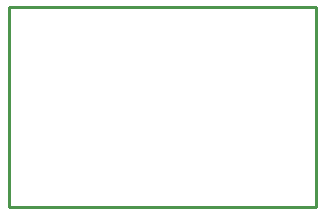
<source format=gko>
G04*
G04 #@! TF.GenerationSoftware,Altium Limited,Altium Designer,21.0.8 (223)*
G04*
G04 Layer_Color=16711935*
%FSLAX44Y44*%
%MOMM*%
G71*
G04*
G04 #@! TF.SameCoordinates,C2A7A69F-71F9-4D7C-9BA5-24E23DD16346*
G04*
G04*
G04 #@! TF.FilePolarity,Positive*
G04*
G01*
G75*
%ADD37C,0.2540*%
D37*
X1010000Y750000D02*
Y920000D01*
X750000Y750000D02*
X1010000D01*
X750000D02*
Y920000D01*
X1010000D01*
M02*

</source>
